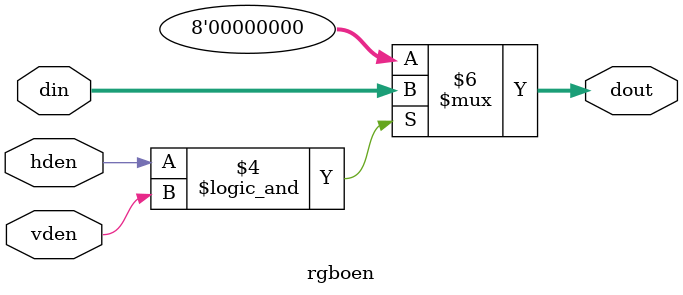
<source format=v>
module rgboen(dout, hden, vden,
					din);
		
		input [7:0] din;
		input hden, vden;
		output reg [7:0] dout;
		
		always@(*)
			begin
				if(hden == 1'b1 && vden == 1'b1)
					dout = din;
				else
					dout = 8'b00000000;
			end
		
endmodule

</source>
